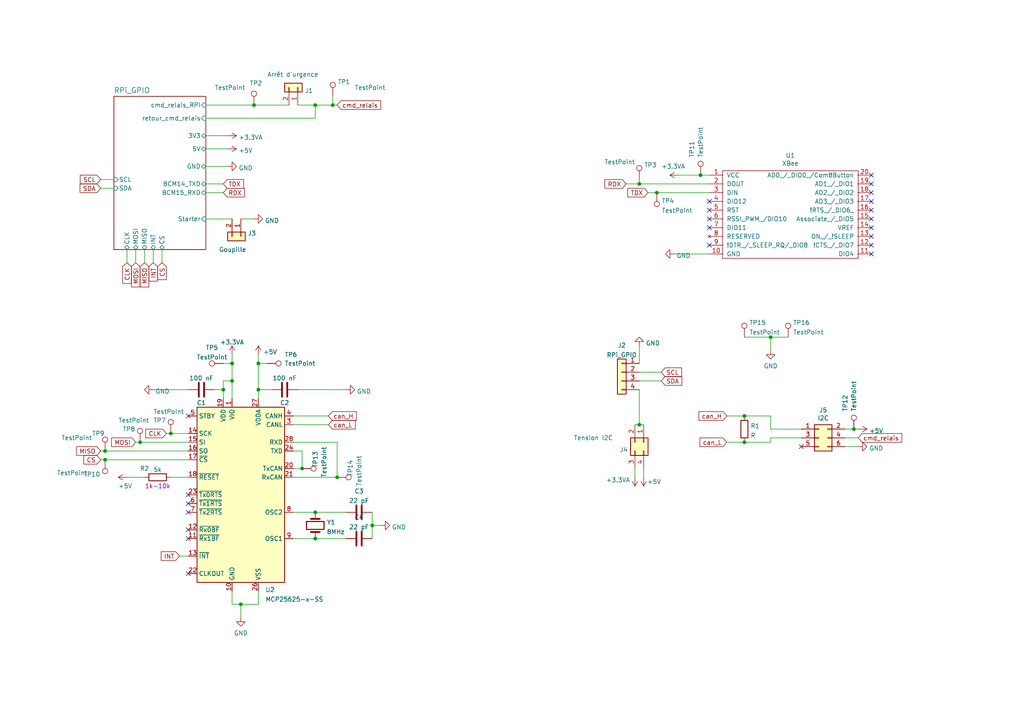
<source format=kicad_sch>
(kicad_sch (version 20211123) (generator eeschema)
  (paper "A4")
  (lib_symbols
    (symbol "Connector:TestPoint" (pin_numbers hide) (pin_names (offset 0.762) hide)
      (property "Reference" "TP" (at 0 6.858 0))
      (property "Value" "TestPoint" (at 0 5.08 0))
      (symbol "TestPoint_0_1"
        (circle (center 0 3.302) (radius 0.762))
      )
      (symbol "TestPoint_1_1"
        (pin passive line (at 0 0 90) (length 2.54) (name "1") (number "1"))
      )
    )
    (symbol "Connector_Generic:Conn_01x02" (pin_names (offset 1.016) hide)
      (property "Reference" "J" (at 0 2.54 0))
      (property "Value" "Conn_01x02" (at 0 -5.08 0))
      (symbol "Conn_01x02_1_1"
        (rectangle (start -1.27 -2.413) (end 0 -2.667) (stroke (width 0.1524)))
        (rectangle (start -1.27 0.127) (end 0 -0.127) (stroke (width 0.1524)))
        (rectangle (start -1.27 1.27) (end 1.27 -3.81) (stroke (width 0.254)) (fill (type background)))
        (pin passive line (at -5.08 0 0) (length 3.81) (name "Pin_1") (number "1"))
        (pin passive line (at -5.08 -2.54 0) (length 3.81) (name "Pin_2") (number "2"))
      )
    )
    (symbol "Connector_Generic:Conn_01x04" (pin_names (offset 1.016) hide)
      (property "Reference" "J" (at 0 5.08 0))
      (property "Value" "Conn_01x04" (at 0 -7.62 0))
      (symbol "Conn_01x04_1_1"
        (rectangle (start -1.27 -4.953) (end 0 -5.207) (stroke (width 0.1524)))
        (rectangle (start -1.27 -2.413) (end 0 -2.667) (stroke (width 0.1524)))
        (rectangle (start -1.27 0.127) (end 0 -0.127) (stroke (width 0.1524)))
        (rectangle (start -1.27 2.667) (end 0 2.413) (stroke (width 0.1524)))
        (rectangle (start -1.27 3.81) (end 1.27 -6.35) (stroke (width 0.254)) (fill (type background)))
        (pin passive line (at -5.08 2.54 0) (length 3.81) (name "Pin_1") (number "1"))
        (pin passive line (at -5.08 0 0) (length 3.81) (name "Pin_2") (number "2"))
        (pin passive line (at -5.08 -2.54 0) (length 3.81) (name "Pin_3") (number "3"))
        (pin passive line (at -5.08 -5.08 0) (length 3.81) (name "Pin_4") (number "4"))
      )
    )
    (symbol "Connector_Generic:Conn_02x02_Counter_Clockwise" (pin_names (offset 1.016) hide)
      (property "Reference" "J" (at 1.27 2.54 0))
      (property "Value" "Conn_02x02_Counter_Clockwise" (at 1.27 -5.08 0))
      (symbol "Conn_02x02_Counter_Clockwise_1_1"
        (rectangle (start -1.27 -2.413) (end 0 -2.667) (stroke (width 0.1524)))
        (rectangle (start -1.27 0.127) (end 0 -0.127) (stroke (width 0.1524)))
        (rectangle (start -1.27 1.27) (end 3.81 -3.81) (stroke (width 0.254)) (fill (type background)))
        (rectangle (start 3.81 -2.413) (end 2.54 -2.667) (stroke (width 0.1524)))
        (rectangle (start 3.81 0.127) (end 2.54 -0.127) (stroke (width 0.1524)))
        (pin passive line (at -5.08 0 0) (length 3.81) (name "Pin_1") (number "1"))
        (pin passive line (at -5.08 -2.54 0) (length 3.81) (name "Pin_2") (number "2"))
        (pin passive line (at 7.62 -2.54 180) (length 3.81) (name "Pin_3") (number "3"))
        (pin passive line (at 7.62 0 180) (length 3.81) (name "Pin_4") (number "4"))
      )
    )
    (symbol "Connector_Generic:Conn_02x03_Odd_Even" (pin_names (offset 1.016) hide)
      (property "Reference" "J" (at 1.27 5.08 0))
      (property "Value" "Conn_02x03_Odd_Even" (at 1.27 -5.08 0))
      (symbol "Conn_02x03_Odd_Even_1_1"
        (rectangle (start -1.27 -2.413) (end 0 -2.667) (stroke (width 0.1524)))
        (rectangle (start -1.27 0.127) (end 0 -0.127) (stroke (width 0.1524)))
        (rectangle (start -1.27 2.667) (end 0 2.413) (stroke (width 0.1524)))
        (rectangle (start -1.27 3.81) (end 3.81 -3.81) (stroke (width 0.254)) (fill (type background)))
        (rectangle (start 3.81 -2.413) (end 2.54 -2.667) (stroke (width 0.1524)))
        (rectangle (start 3.81 0.127) (end 2.54 -0.127) (stroke (width 0.1524)))
        (rectangle (start 3.81 2.667) (end 2.54 2.413) (stroke (width 0.1524)))
        (pin passive line (at -5.08 2.54 0) (length 3.81) (name "Pin_1") (number "1"))
        (pin passive line (at 7.62 2.54 180) (length 3.81) (name "Pin_2") (number "2"))
        (pin passive line (at -5.08 0 0) (length 3.81) (name "Pin_3") (number "3"))
        (pin passive line (at 7.62 0 180) (length 3.81) (name "Pin_4") (number "4"))
        (pin passive line (at -5.08 -2.54 0) (length 3.81) (name "Pin_5") (number "5"))
        (pin passive line (at 7.62 -2.54 180) (length 3.81) (name "Pin_6") (number "6"))
      )
    )
    (symbol "Device:C" (pin_numbers hide) (pin_names (offset 0.254))
      (property "Reference" "C" (at 0.635 2.54 0))
      (property "Value" "C" (at 0.635 -2.54 0))
      (symbol "C_0_1"
        (polyline (pts (xy -2.032 -0.762) (xy 2.032 -0.762)) (stroke (width 0.508)))
        (polyline (pts (xy -2.032 0.762) (xy 2.032 0.762)) (stroke (width 0.508)))
      )
      (symbol "C_1_1"
        (pin passive line (at 0 3.81 270) (length 2.794) (name "~") (number "1"))
        (pin passive line (at 0 -3.81 90) (length 2.794) (name "~") (number "2"))
      )
    )
    (symbol "Device:Crystal" (pin_numbers hide) (pin_names (offset 1.016) hide)
      (property "Reference" "Y" (at 0 3.81 0))
      (property "Value" "Crystal" (at 0 -3.81 0))
      (symbol "Crystal_0_1"
        (rectangle (start -1.143 2.54) (end 1.143 -2.54) (stroke (width 0.3048)))
        (polyline (pts (xy -2.54 0) (xy -1.905 0)))
        (polyline (pts (xy -1.905 -1.27) (xy -1.905 1.27)) (stroke (width 0.508)))
        (polyline (pts (xy 1.905 -1.27) (xy 1.905 1.27)) (stroke (width 0.508)))
        (polyline (pts (xy 2.54 0) (xy 1.905 0)))
      )
      (symbol "Crystal_1_1"
        (pin passive line (at -3.81 0 0) (length 1.27) (name "1") (number "1"))
        (pin passive line (at 3.81 0 180) (length 1.27) (name "2") (number "2"))
      )
    )
    (symbol "Device:R" (pin_numbers hide) (pin_names (offset 0))
      (property "Reference" "R" (at 2.032 0 90))
      (property "Value" "R" (at 0 0 90))
      (symbol "R_0_1"
        (rectangle (start -1.016 -2.54) (end 1.016 2.54) (stroke (width 0.254)))
      )
      (symbol "R_1_1"
        (pin passive line (at 0 3.81 270) (length 1.27) (name "~") (number "1"))
        (pin passive line (at 0 -3.81 90) (length 1.27) (name "~") (number "2"))
      )
    )
    (symbol "Interface_CAN_LIN:MCP25625-x-SS"
      (property "Reference" "U" (at -11.43 26.67 0))
      (property "Value" "MCP25625-x-SS" (at 15.24 26.67 0))
      (symbol "MCP25625-x-SS_0_1"
        (rectangle (start -12.7 25.4) (end 12.7 -25.4) (stroke (width 0.254)) (fill (type background)))
      )
      (symbol "MCP25625-x-SS_1_1"
        (pin power_in line (at -2.54 27.94 270) (length 2.54) (name "VIO") (number "1"))
        (pin power_in line (at -2.54 -27.94 90) (length 2.54) (name "GND") (number "10"))
        (pin output line (at -15.24 -12.7 0) (length 2.54) (name "~{Rx1BF}") (number "11"))
        (pin output line (at -15.24 -10.16 0) (length 2.54) (name "~{Rx0BF}") (number "12"))
        (pin output line (at -15.24 -17.78 0) (length 2.54) (name "~{INT}") (number "13"))
        (pin input line (at -15.24 17.78 0) (length 2.54) (name "SCK") (number "14"))
        (pin input line (at -15.24 15.24 0) (length 2.54) (name "SI") (number "15"))
        (pin output line (at -15.24 12.7 0) (length 2.54) (name "SO") (number "16"))
        (pin input line (at -15.24 10.16 0) (length 2.54) (name "~{CS}") (number "17"))
        (pin input line (at -15.24 5.08 0) (length 2.54) (name "~{RESET}") (number "18"))
        (pin power_in line (at -5.08 27.94 270) (length 2.54) (name "VDD") (number "19"))
        (pin no_connect line (at 12.7 -15.24 180) (length 2.54) hide (name "NC") (number "2"))
        (pin output line (at 15.24 7.62 180) (length 2.54) (name "TxCAN") (number "20"))
        (pin input line (at 15.24 5.08 180) (length 2.54) (name "RxCAN") (number "21"))
        (pin output line (at -15.24 -22.86 0) (length 2.54) (name "CLKOUT") (number "22"))
        (pin input line (at -15.24 0 0) (length 2.54) (name "~{Tx0RTS}") (number "23"))
        (pin input line (at 15.24 12.7 180) (length 2.54) (name "TXD") (number "24"))
        (pin no_connect line (at 12.7 -17.78 180) (length 2.54) hide (name "NC") (number "25"))
        (pin power_in line (at 5.08 -27.94 90) (length 2.54) (name "VSS") (number "26"))
        (pin power_in line (at 5.08 27.94 270) (length 2.54) (name "VDDA") (number "27"))
        (pin output line (at 15.24 15.24 180) (length 2.54) (name "RXD") (number "28"))
        (pin bidirectional line (at 15.24 20.32 180) (length 2.54) (name "CANL") (number "3"))
        (pin bidirectional line (at 15.24 22.86 180) (length 2.54) (name "CANH") (number "4"))
        (pin input line (at -15.24 22.86 0) (length 2.54) (name "STBY") (number "5"))
        (pin input line (at -15.24 -2.54 0) (length 2.54) (name "~{Tx1RTS}") (number "6"))
        (pin input line (at -15.24 -5.08 0) (length 2.54) (name "~{Tx2RTS}") (number "7"))
        (pin output line (at 15.24 -5.08 180) (length 2.54) (name "OSC2") (number "8"))
        (pin input line (at 15.24 -12.7 180) (length 2.54) (name "OSC1") (number "9"))
      )
    )
    (symbol "bus_raspi-rescue:XBeePro-xbeepro" (pin_names (offset 1.016))
      (property "Reference" "U" (at 24.13 35.56 0))
      (property "Value" "XBeePro-xbeepro" (at 24.13 33.02 0))
      (symbol "XBeePro-xbeepro_0_1"
        (rectangle (start 3.81 5.08) (end 43.18 30.48))
      )
      (symbol "XBeePro-xbeepro_1_1"
        (pin input line (at 0 29.21 0) (length 3.9878) (name "VCC") (number "1"))
        (pin power_in line (at 0 6.35 0) (length 3.9878) (name "GND") (number "10"))
        (pin bidirectional line (at 46.99 6.35 180) (length 3.9878) (name "DIO4") (number "11"))
        (pin output line (at 46.99 8.89 180) (length 3.9878) (name "!CTS_/_DIO7") (number "12"))
        (pin output line (at 46.99 11.43 180) (length 3.9878) (name "ON_/_!SLEEP") (number "13"))
        (pin input line (at 46.99 13.97 180) (length 3.9878) (name "VREF") (number "14"))
        (pin bidirectional line (at 46.99 16.51 180) (length 3.9878) (name "Associate_/_DIO5") (number "15"))
        (pin bidirectional line (at 46.99 19.05 180) (length 3.9878) (name "!RTS_/_DIO6_") (number "16"))
        (pin bidirectional line (at 46.99 21.59 180) (length 3.9878) (name "AD3_/_DIO3") (number "17"))
        (pin bidirectional line (at 46.99 24.13 180) (length 3.9878) (name "AD2_/_DIO2") (number "18"))
        (pin bidirectional line (at 46.99 26.67 180) (length 3.9878) (name "AD1_/_DIO1") (number "19"))
        (pin output line (at 0 26.67 0) (length 3.9878) (name "DOUT") (number "2"))
        (pin bidirectional line (at 46.99 29.21 180) (length 3.9878) (name "AD0_/_DIO0_/Com8Button") (number "20"))
        (pin input line (at 0 24.13 0) (length 3.9878) (name "DIN") (number "3"))
        (pin bidirectional line (at 0 21.59 0) (length 3.9878) (name "DIO12") (number "4"))
        (pin bidirectional line (at 0 19.05 0) (length 3.9878) (name "RST") (number "5"))
        (pin bidirectional line (at 0 16.51 0) (length 3.9878) (name "RSSI_PWM_/DIO10") (number "6"))
        (pin bidirectional line (at 0 13.97 0) (length 3.9878) (name "DIO11") (number "7"))
        (pin no_connect line (at 0 11.43 0) (length 3.9878) (name "RESERVED") (number "8"))
        (pin bidirectional line (at 0 8.89 0) (length 3.9878) (name "!DTR_/_SLEEP_RQ/_DIO8") (number "9"))
      )
    )
    (symbol "power:+3.3VA" (power) (pin_names (offset 0))
      (property "Value" "+3.3VA" (at 0 3.556 0))
      (symbol "+3.3VA_0_1"
        (polyline (pts (xy -0.762 1.27) (xy 0 2.54)))
        (polyline (pts (xy 0 0) (xy 0 2.54)))
        (polyline (pts (xy 0 2.54) (xy 0.762 1.27)))
      )
      (symbol "+3.3VA_1_1"
        (pin power_in line (at 0 0 90) (length 0) hide (name "+3.3VA") (number "1"))
      )
    )
    (symbol "power:+5V" (power) (pin_names (offset 0))
      (property "Value" "+5V" (at 0 3.556 0))
      (symbol "+5V_0_1"
        (polyline (pts (xy -0.762 1.27) (xy 0 2.54)))
        (polyline (pts (xy 0 0) (xy 0 2.54)))
        (polyline (pts (xy 0 2.54) (xy 0.762 1.27)))
      )
      (symbol "+5V_1_1"
        (pin power_in line (at 0 0 90) (length 0) hide (name "+5V") (number "1"))
      )
    )
    (symbol "power:GND" (power) (pin_names (offset 0))
      (property "Value" "GND" (at 0 -3.81 0))
      (symbol "GND_0_1"
        (polyline (pts (xy 0 0) (xy 0 -1.27) (xy 1.27 -1.27) (xy 0 -2.54) (xy -1.27 -1.27) (xy 0 -1.27)))
      )
      (symbol "GND_1_1"
        (pin power_in line (at 0 0 270) (length 0) hide (name "GND") (number "1"))
      )
    )
  )
  (junction (at 30.48 130.81))
  (junction (at 67.31 110.49))
  (junction (at 185.42 123.19))
  (junction (at 185.42 53.34))
  (junction (at 91.44 156.21))
  (junction (at 30.48 133.35))
  (junction (at 91.44 148.59))
  (junction (at 91.44 30.48))
  (junction (at 215.9 120.65))
  (junction (at 64.77 113.03))
  (junction (at 69.85 175.26))
  (junction (at 215.9 128.27))
  (junction (at 74.93 105.41))
  (junction (at 40.64 128.27))
  (junction (at 107.95 152.4))
  (junction (at 74.93 113.03))
  (junction (at 223.52 97.79))
  (junction (at 97.79 138.43))
  (junction (at 49.53 125.73))
  (junction (at 73.66 30.48))
  (junction (at 96.52 30.48))
  (junction (at 247.65 124.46))
  (junction (at 67.31 105.41))
  (junction (at 190.5 55.88))
  (junction (at 203.2 50.8))
  (junction (at 87.63 135.89))
  (no_connect (at 252.73 50.8))
  (no_connect (at 252.73 53.34))
  (no_connect (at 252.73 55.88))
  (no_connect (at 252.73 58.42))
  (no_connect (at 252.73 71.12))
  (no_connect (at 252.73 73.66))
  (no_connect (at 252.73 60.96))
  (no_connect (at 252.73 63.5))
  (no_connect (at 252.73 66.04))
  (no_connect (at 252.73 68.58))
  (no_connect (at 205.74 66.04))
  (no_connect (at 205.74 71.12))
  (no_connect (at 205.74 63.5))
  (no_connect (at 205.74 60.96))
  (no_connect (at 205.74 58.42))
  (no_connect (at 54.61 120.65))
  (no_connect (at 232.41 129.54))
  (no_connect (at 54.61 148.59))
  (no_connect (at 54.61 146.05))
  (no_connect (at 54.61 143.51))
  (no_connect (at 54.61 153.67))
  (no_connect (at 54.61 156.21))
  (no_connect (at 54.61 166.37))
  (wire (pts (xy 223.52 97.79) (xy 228.6 97.79)))
  (wire (pts (xy 44.45 72.39) (xy 44.45 76.2)))
  (wire (pts (xy 49.53 138.43) (xy 54.61 138.43)))
  (wire (pts (xy 245.11 124.46) (xy 247.65 124.46)))
  (wire (pts (xy 248.92 129.54) (xy 245.11 129.54)))
  (wire (pts (xy 215.9 120.65) (xy 223.52 120.65)))
  (wire (pts (xy 67.31 105.41) (xy 67.31 110.49)))
  (wire (pts (xy 59.69 53.34) (xy 64.77 53.34)))
  (wire (pts (xy 64.77 110.49) (xy 67.31 110.49)))
  (wire (pts (xy 74.93 113.03) (xy 74.93 115.57)))
  (wire (pts (xy 41.91 72.39) (xy 41.91 76.2)))
  (wire (pts (xy 44.45 113.03) (xy 54.61 113.03)))
  (wire (pts (xy 64.77 105.41) (xy 67.31 105.41)))
  (wire (pts (xy 210.82 128.27) (xy 215.9 128.27)))
  (wire (pts (xy 190.5 55.88) (xy 205.74 55.88)))
  (wire (pts (xy 29.21 133.35) (xy 30.48 133.35)))
  (wire (pts (xy 85.09 156.21) (xy 91.44 156.21)))
  (wire (pts (xy 74.93 105.41) (xy 74.93 113.03)))
  (wire (pts (xy 64.77 113.03) (xy 64.77 110.49)))
  (wire (pts (xy 247.65 124.46) (xy 248.92 124.46)))
  (wire (pts (xy 74.93 102.87) (xy 74.93 105.41)))
  (wire (pts (xy 210.82 120.65) (xy 215.9 120.65)))
  (wire (pts (xy 184.15 138.43) (xy 184.15 135.89)))
  (wire (pts (xy 86.36 113.03) (xy 100.33 113.03)))
  (wire (pts (xy 185.42 113.03) (xy 185.42 123.19)))
  (wire (pts (xy 59.69 63.5) (xy 67.31 63.5)))
  (wire (pts (xy 85.09 123.19) (xy 95.25 123.19)))
  (wire (pts (xy 223.52 127) (xy 223.52 128.27)))
  (wire (pts (xy 74.93 171.45) (xy 74.93 175.26)))
  (wire (pts (xy 36.83 138.43) (xy 41.91 138.43)))
  (wire (pts (xy 86.36 30.48) (xy 91.44 30.48)))
  (wire (pts (xy 196.85 50.8) (xy 203.2 50.8)))
  (wire (pts (xy 67.31 102.87) (xy 67.31 105.41)))
  (wire (pts (xy 223.52 124.46) (xy 232.41 124.46)))
  (wire (pts (xy 52.07 161.29) (xy 54.61 161.29)))
  (wire (pts (xy 185.42 123.19) (xy 186.69 123.19)))
  (wire (pts (xy 107.95 152.4) (xy 107.95 156.21)))
  (wire (pts (xy 73.66 30.48) (xy 83.82 30.48)))
  (wire (pts (xy 69.85 175.26) (xy 69.85 179.07)))
  (wire (pts (xy 69.85 63.5) (xy 73.66 63.5)))
  (wire (pts (xy 36.83 72.39) (xy 36.83 76.2)))
  (wire (pts (xy 185.42 107.95) (xy 191.77 107.95)))
  (wire (pts (xy 29.21 130.81) (xy 30.48 130.81)))
  (wire (pts (xy 248.92 127) (xy 245.11 127)))
  (wire (pts (xy 30.48 130.81) (xy 54.61 130.81)))
  (wire (pts (xy 91.44 156.21) (xy 100.33 156.21)))
  (wire (pts (xy 215.9 97.79) (xy 223.52 97.79)))
  (wire (pts (xy 184.15 123.19) (xy 185.42 123.19)))
  (wire (pts (xy 67.31 110.49) (xy 67.31 115.57)))
  (wire (pts (xy 85.09 148.59) (xy 91.44 148.59)))
  (wire (pts (xy 203.2 50.8) (xy 205.74 50.8)))
  (wire (pts (xy 85.09 128.27) (xy 97.79 128.27)))
  (wire (pts (xy 30.48 133.35) (xy 54.61 133.35)))
  (wire (pts (xy 87.63 130.81) (xy 87.63 135.89)))
  (wire (pts (xy 59.69 30.48) (xy 73.66 30.48)))
  (wire (pts (xy 59.69 39.37) (xy 66.04 39.37)))
  (wire (pts (xy 64.77 115.57) (xy 64.77 113.03)))
  (wire (pts (xy 39.37 128.27) (xy 40.64 128.27)))
  (wire (pts (xy 46.99 72.39) (xy 46.99 76.2)))
  (wire (pts (xy 77.47 105.41) (xy 74.93 105.41)))
  (wire (pts (xy 185.42 110.49) (xy 191.77 110.49)))
  (wire (pts (xy 39.37 72.39) (xy 39.37 76.2)))
  (wire (pts (xy 29.21 52.07) (xy 33.02 52.07)))
  (wire (pts (xy 185.42 100.33) (xy 185.42 105.41)))
  (wire (pts (xy 85.09 120.65) (xy 95.25 120.65)))
  (wire (pts (xy 62.23 113.03) (xy 64.77 113.03)))
  (wire (pts (xy 67.31 171.45) (xy 67.31 175.26)))
  (wire (pts (xy 223.52 97.79) (xy 223.52 101.6)))
  (wire (pts (xy 107.95 152.4) (xy 110.49 152.4)))
  (wire (pts (xy 181.61 53.34) (xy 185.42 53.34)))
  (wire (pts (xy 59.69 55.88) (xy 64.77 55.88)))
  (wire (pts (xy 29.21 54.61) (xy 33.02 54.61)))
  (wire (pts (xy 67.31 175.26) (xy 69.85 175.26)))
  (wire (pts (xy 96.52 27.94) (xy 96.52 30.48)))
  (wire (pts (xy 232.41 127) (xy 223.52 127)))
  (wire (pts (xy 87.63 135.89) (xy 85.09 135.89)))
  (wire (pts (xy 91.44 30.48) (xy 96.52 30.48)))
  (wire (pts (xy 40.64 128.27) (xy 54.61 128.27)))
  (wire (pts (xy 223.52 120.65) (xy 223.52 124.46)))
  (wire (pts (xy 59.69 48.26) (xy 66.04 48.26)))
  (wire (pts (xy 49.53 125.73) (xy 54.61 125.73)))
  (wire (pts (xy 185.42 53.34) (xy 205.74 53.34)))
  (wire (pts (xy 85.09 138.43) (xy 97.79 138.43)))
  (wire (pts (xy 97.79 138.43) (xy 97.79 128.27)))
  (wire (pts (xy 59.69 43.18) (xy 66.04 43.18)))
  (wire (pts (xy 96.52 30.48) (xy 97.79 30.48)))
  (wire (pts (xy 48.26 125.73) (xy 49.53 125.73)))
  (wire (pts (xy 91.44 30.48) (xy 91.44 34.29)))
  (wire (pts (xy 85.09 130.81) (xy 87.63 130.81)))
  (wire (pts (xy 74.93 113.03) (xy 78.74 113.03)))
  (wire (pts (xy 195.58 73.66) (xy 205.74 73.66)))
  (wire (pts (xy 107.95 148.59) (xy 107.95 152.4)))
  (wire (pts (xy 187.96 55.88) (xy 190.5 55.88)))
  (wire (pts (xy 91.44 148.59) (xy 100.33 148.59)))
  (wire (pts (xy 215.9 128.27) (xy 223.52 128.27)))
  (wire (pts (xy 74.93 175.26) (xy 69.85 175.26)))
  (wire (pts (xy 185.42 52.07) (xy 185.42 53.34)))
  (wire (pts (xy 59.69 34.29) (xy 91.44 34.29)))
  (wire (pts (xy 186.69 138.43) (xy 186.69 135.89)))
  (global_label "CS" (shape input) (at 46.99 76.2 270) (property "Intersheet References" "${INTERSHEET_REFS}" (effects hide)))
  (global_label "SDA" (shape input) (at 191.77 110.49 0) (property "Intersheet References" "${INTERSHEET_REFS}" (effects hide)))
  (global_label "can_L" (shape input) (at 95.25 123.19 0) (property "Intersheet References" "${INTERSHEET_REFS}" (effects hide)))
  (global_label "SCL" (shape input) (at 29.21 52.07 180) (property "Intersheet References" "${INTERSHEET_REFS}" (effects hide)))
  (global_label "SCL" (shape input) (at 191.77 107.95 0) (property "Intersheet References" "${INTERSHEET_REFS}" (effects hide)))
  (global_label "INT" (shape input) (at 52.07 161.29 180) (property "Intersheet References" "${INTERSHEET_REFS}" (effects hide)))
  (global_label "TDX" (shape input) (at 187.96 55.88 180) (property "Intersheet References" "${INTERSHEET_REFS}" (effects hide)))
  (global_label "CS" (shape input) (at 29.21 133.35 180) (property "Intersheet References" "${INTERSHEET_REFS}" (effects hide)))
  (global_label "cmd_relais" (shape input) (at 97.79 30.48 0) (property "Intersheet References" "${INTERSHEET_REFS}" (effects hide)))
  (global_label "RDX" (shape input) (at 181.61 53.34 180) (property "Intersheet References" "${INTERSHEET_REFS}" (effects hide)))
  (global_label "SDA" (shape input) (at 29.21 54.61 180) (property "Intersheet References" "${INTERSHEET_REFS}" (effects hide)))
  (global_label "CLK" (shape input) (at 36.83 76.2 270) (property "Intersheet References" "${INTERSHEET_REFS}" (effects hide)))
  (global_label "INT" (shape input) (at 44.45 76.2 270) (property "Intersheet References" "${INTERSHEET_REFS}" (effects hide)))
  (global_label "MISO" (shape input) (at 41.91 76.2 270) (property "Intersheet References" "${INTERSHEET_REFS}" (effects hide)))
  (global_label "RDX" (shape input) (at 64.77 55.88 0) (property "Intersheet References" "${INTERSHEET_REFS}" (effects hide)))
  (global_label "TDX" (shape input) (at 64.77 53.34 0) (property "Intersheet References" "${INTERSHEET_REFS}" (effects hide)))
  (global_label "CLK" (shape input) (at 48.26 125.73 180) (property "Intersheet References" "${INTERSHEET_REFS}" (effects hide)))
  (global_label "can_H" (shape input) (at 95.25 120.65 0) (property "Intersheet References" "${INTERSHEET_REFS}" (effects hide)))
  (global_label "can_L" (shape input) (at 210.82 128.27 180) (property "Intersheet References" "${INTERSHEET_REFS}" (effects hide)))
  (global_label "MISO" (shape input) (at 29.21 130.81 180) (property "Intersheet References" "${INTERSHEET_REFS}" (effects hide)))
  (global_label "MOSI" (shape input) (at 39.37 128.27 180) (property "Intersheet References" "${INTERSHEET_REFS}" (effects hide)))
  (global_label "MOSI" (shape input) (at 39.37 76.2 270) (property "Intersheet References" "${INTERSHEET_REFS}" (effects hide)))
  (global_label "cmd_relais" (shape input) (at 248.92 127 0) (property "Intersheet References" "${INTERSHEET_REFS}" (effects hide)))
  (global_label "can_H" (shape input) (at 210.82 120.65 180) (property "Intersheet References" "${INTERSHEET_REFS}" (effects hide)))
  (symbol (lib_id "power:+5V") (at 36.83 138.43 90) (unit 1)
    (property "Reference" "#PWR015" (effects hide))
    (property "Value" "+5V" (at 34.29 140.97 90) (effects (justify right)))
  )
  (symbol (lib_id "power:GND") (at 110.49 152.4 90) (unit 1)
    (property "Reference" "#PWR017" (effects hide))
    (property "Value" "GND" (at 113.665 152.879 90) (effects (justify right)))
  )
  (symbol (lib_id "Connector:TestPoint") (at 203.2 50.8 0) (unit 1)
    (property "Reference" "TP11" (at 200.66 45.72 90) (effects (justify left)))
    (property "Value" "TestPoint" (at 203.2 45.72 90) (effects (justify left)))
    (property "Footprint" "TestPoint:TestPoint_Pad_D1.0mm" (effects hide))
  )
  (symbol (lib_id "Connector:TestPoint") (at 96.52 27.94 0) (unit 1)
    (property "Reference" "TP1" (at 97.917 23.7295 0) (effects (justify left)))
    (property "Value" "TestPoint" (at 102.87 25.4 0) (effects (justify left)))
    (property "Footprint" "TestPoint:TestPoint_Pad_D1.0mm" (effects hide))
  )
  (symbol (lib_id "power:+3.3VA") (at 196.85 50.8 90) (unit 1)
    (property "Reference" "#PWR05" (effects hide))
    (property "Value" "+3.3VA" (at 191.77 48.26 90) (effects (justify right)))
  )
  (symbol (lib_id "Connector:TestPoint") (at 87.63 135.89 270) (unit 1)
    (property "Reference" "TP13" (at 91.44 130.81 0) (effects (justify left)))
    (property "Value" "TestPoint" (at 93.98 129.54 0) (effects (justify left)))
    (property "Footprint" "TestPoint:TestPoint_Pad_D1.0mm" (effects hide))
  )
  (symbol (lib_id "Connector:TestPoint") (at 30.48 130.81 0) (unit 1)
    (property "Reference" "TP9" (at 26.67 125.73 0) (effects (justify left)))
    (property "Value" "TestPoint" (at 17.78 127 0) (effects (justify left)))
    (property "Footprint" "TestPoint:TestPoint_Pad_D1.0mm" (effects hide))
  )
  (symbol (lib_id "Device:R") (at 45.72 138.43 90) (unit 1)
    (property "Reference" "R2" (at 41.91 135.89 90))
    (property "Value" "5k" (at 45.72 136.2226 90))
    (property "Footprint" "Resistor_THT:R_Axial_DIN0207_L6.3mm_D2.5mm_P10.16mm_Horizontal" (effects hide))
    (property "Description" "1k-10k" (at 45.72 140.97 90))
  )
  (symbol (lib_id "power:+5V") (at 66.04 43.18 270) (unit 1)
    (property "Reference" "#PWR02" (effects hide))
    (property "Value" "+5V" (at 69.215 43.659 90) (effects (justify left)))
  )
  (symbol (lib_id "Connector_Generic:Conn_01x02") (at 69.85 68.58 270) (unit 1)
    (property "Reference" "J3" (at 71.882 67.6715 90) (effects (justify left)))
    (property "Value" "Goupille" (at 63.5 72.39 90) (effects (justify left)))
    (property "Footprint" "Connector_JST:JST_PH_B2B-PH-K_1x02_P2.00mm_Vertical" (effects hide))
  )
  (symbol (lib_id "Connector:TestPoint") (at 64.77 105.41 90) (unit 1)
    (property "Reference" "TP5" (at 61.468 100.8085 90))
    (property "Value" "TestPoint" (at 61.468 103.5836 90))
    (property "Footprint" "TestPoint:TestPoint_Pad_D1.0mm" (effects hide))
  )
  (symbol (lib_id "power:GND") (at 185.42 100.33 180) (unit 1)
    (property "Reference" "#PWR03" (effects hide))
    (property "Value" "GND" (at 187.325 99.539 0) (effects (justify right)))
  )
  (symbol (lib_id "Device:R") (at 215.9 124.46 180) (unit 1)
    (property "Reference" "R1" (at 217.678 123.5515 0) (effects (justify right)))
    (property "Value" "R" (at 217.678 126.3266 0) (effects (justify right)))
    (property "Footprint" "Resistor_THT:R_Axial_DIN0207_L6.3mm_D2.5mm_P2.54mm_Vertical" (effects hide))
  )
  (symbol (lib_id "Device:C") (at 82.55 113.03 90) (unit 1)
    (property "Reference" "C2" (at 82.55 116.84 90))
    (property "Value" "100 nF" (at 82.55 109.6796 90))
    (property "Footprint" "Capacitor_THT:C_Disc_D5.1mm_W3.2mm_P5.00mm" (effects hide))
  )
  (symbol (lib_id "Device:C") (at 104.14 156.21 90) (unit 1)
    (property "Reference" "C4" (at 104.14 150.0845 90))
    (property "Value" "22 pF" (at 104.14 152.8596 90))
    (property "Footprint" "Capacitor_THT:C_Disc_D5.1mm_W3.2mm_P5.00mm" (effects hide))
  )
  (symbol (lib_id "Connector:TestPoint") (at 190.5 55.88 180) (unit 1)
    (property "Reference" "TP4" (at 191.897 58.2735 0) (effects (justify right)))
    (property "Value" "TestPoint" (at 191.897 61.0486 0) (effects (justify right)))
    (property "Footprint" "TestPoint:TestPoint_Pad_D1.0mm" (effects hide))
  )
  (symbol (lib_id "bus_raspi-rescue:XBeePro-xbeepro") (at 205.74 80.01 0) (unit 1)
    (property "Reference" "U1" (at 229.235 45.085 0))
    (property "Value" "XBee" (at 229.235 47.3964 0))
    (property "Footprint" "Autre:XBEE-20_THT" (effects hide))
  )
  (symbol (lib_id "Connector_Generic:Conn_02x02_Counter_Clockwise") (at 186.69 128.27 270) (unit 1)
    (property "Reference" "J4" (at 182.118 130.4485 90) (effects (justify right)))
    (property "Value" "Tension I2C" (at 177.8 127 90) (effects (justify right)))
    (property "Footprint" "Connector_JST:JST_PH_B2B-PH-K_1x02_P2.00mm_Vertical" (effects hide))
  )
  (symbol (lib_id "Device:C") (at 104.14 148.59 90) (unit 1)
    (property "Reference" "C3" (at 104.14 142.4645 90))
    (property "Value" "22 pF" (at 104.14 145.2396 90))
    (property "Footprint" "Capacitor_THT:C_Disc_D5.1mm_W3.2mm_P5.00mm" (effects hide))
  )
  (symbol (lib_id "power:GND") (at 66.04 48.26 90) (unit 1)
    (property "Reference" "#PWR04" (effects hide))
    (property "Value" "GND" (at 69.215 48.739 90) (effects (justify right)))
  )
  (symbol (lib_id "power:GND") (at 195.58 73.66 270) (unit 1)
    (property "Reference" "#PWR07" (effects hide))
    (property "Value" "GND" (at 196.215 74.139 90) (effects (justify left)))
  )
  (symbol (lib_id "power:+3.3VA") (at 67.31 102.87 0) (unit 1)
    (property "Reference" "#PWR010" (effects hide))
    (property "Value" "+3.3VA" (at 67.31 99.2655 0))
  )
  (symbol (lib_id "Connector:TestPoint") (at 73.66 30.48 0) (unit 1)
    (property "Reference" "TP2" (at 72.39 24.13 0) (effects (justify left)))
    (property "Value" "TestPoint" (at 62.23 25.4 0) (effects (justify left)))
    (property "Footprint" "TestPoint:TestPoint_Pad_D1.0mm" (effects hide))
  )
  (symbol (lib_id "power:GND") (at 248.92 129.54 90) (unit 1)
    (property "Reference" "#PWR016" (effects hide))
    (property "Value" "GND" (at 252.095 130.019 90) (effects (justify right)))
  )
  (symbol (lib_id "power:GND") (at 69.85 179.07 0) (unit 1)
    (property "Reference" "#PWR018" (effects hide))
    (property "Value" "GND" (at 69.85 183.6325 0))
  )
  (symbol (lib_id "power:+5V") (at 186.69 138.43 180) (unit 1)
    (property "Reference" "#PWR09" (effects hide))
    (property "Value" "+5V" (at 191.77 139.7 0) (effects (justify left)))
  )
  (symbol (lib_id "Connector_Generic:Conn_01x04") (at 180.34 107.95 0) (mirror y) (unit 1)
    (property "Reference" "J2" (at 180.34 100.1735 0))
    (property "Value" "RPi_GPIO" (at 180.34 102.9486 0))
    (property "Footprint" "RPi_Hat:Pin_Header_Straight_2x20" (effects hide))
  )
  (symbol (lib_id "power:GND") (at 73.66 63.5 90) (unit 1)
    (property "Reference" "#PWR06" (effects hide))
    (property "Value" "GND" (at 76.835 63.979 90) (effects (justify right)))
  )
  (symbol (lib_id "power:GND") (at 100.33 113.03 90) (unit 1)
    (property "Reference" "#PWR013" (effects hide))
    (property "Value" "GND" (at 103.505 113.509 90) (effects (justify right)))
  )
  (symbol (lib_id "power:GND") (at 44.45 113.03 270) (unit 1)
    (property "Reference" "#PWR012" (effects hide))
    (property "Value" "GND" (at 45.085 113.509 90) (effects (justify left)))
  )
  (symbol (lib_id "power:GND") (at 223.52 101.6 0) (unit 1)
    (property "Reference" "#PWR019" (effects hide))
    (property "Value" "GND" (at 223.52 106.1625 0))
  )
  (symbol (lib_id "Connector:TestPoint") (at 247.65 124.46 0) (unit 1)
    (property "Reference" "TP12" (at 245.11 119.38 90) (effects (justify left)))
    (property "Value" "TestPoint" (at 247.65 119.38 90) (effects (justify left)))
    (property "Footprint" "TestPoint:TestPoint_Pad_D1.0mm" (effects hide))
  )
  (symbol (lib_id "Connector_Generic:Conn_01x02") (at 86.36 25.4 270) (mirror x) (unit 1)
    (property "Reference" "J1" (at 88.392 26.3085 90) (effects (justify left)))
    (property "Value" "Arrêt d'urgence" (at 77.47 21.59 90) (effects (justify left)))
    (property "Footprint" "Connector_Hirose:Hirose_DF11-6DP-2DSA_2x03_P2.00mm_Vertical" (effects hide))
  )
  (symbol (lib_id "Device:C") (at 58.42 113.03 90) (unit 1)
    (property "Reference" "C1" (at 58.42 116.84 90))
    (property "Value" "100 nF" (at 58.42 109.6796 90))
    (property "Footprint" "Capacitor_THT:C_Disc_D5.1mm_W3.2mm_P5.00mm" (effects hide))
  )
  (symbol (lib_id "Connector_Generic:Conn_02x03_Odd_Even") (at 237.49 127 0) (unit 1)
    (property "Reference" "J5" (at 238.76 118.9482 0))
    (property "Value" "I2C" (at 238.76 121.2596 0))
    (property "Footprint" "Connector_JST:JST_PH_B4B-PH-K_1x04_P2.00mm_Vertical" (effects hide))
  )
  (symbol (lib_id "power:+3.3VA") (at 66.04 39.37 270) (unit 1)
    (property "Reference" "#PWR01" (effects hide))
    (property "Value" "+3.3VA" (at 69.215 39.849 90) (effects (justify left)))
  )
  (symbol (lib_id "Connector:TestPoint") (at 215.9 97.79 0) (unit 1)
    (property "Reference" "TP15" (at 217.297 93.5795 0) (effects (justify left)))
    (property "Value" "TestPoint" (at 217.297 96.3546 0) (effects (justify left)))
    (property "Footprint" "TestPoint:TestPoint_Pad_D2.0mm" (effects hide))
  )
  (symbol (lib_id "Device:Crystal") (at 91.44 152.4 270) (unit 1)
    (property "Reference" "Y1" (at 94.7674 151.4915 90) (effects (justify left)))
    (property "Value" "8MHz" (at 94.7674 154.2666 90) (effects (justify left)))
    (property "Footprint" "Crystal:Crystal_HC50_Horizontal" (effects hide))
  )
  (symbol (lib_id "power:+5V") (at 74.93 102.87 0) (unit 1)
    (property "Reference" "#PWR011" (effects hide))
    (property "Value" "+5V" (at 76.327 102.079 0) (effects (justify left)))
  )
  (symbol (lib_id "Connector:TestPoint") (at 77.47 105.41 270) (unit 1)
    (property "Reference" "TP6" (at 82.55 102.87 90) (effects (justify left)))
    (property "Value" "TestPoint" (at 82.55 105.41 90) (effects (justify left)))
    (property "Footprint" "TestPoint:TestPoint_Pad_D1.0mm" (effects hide))
  )
  (symbol (lib_id "Connector:TestPoint") (at 40.64 128.27 0) (unit 1)
    (property "Reference" "TP8" (at 35.56 124.46 0) (effects (justify left)))
    (property "Value" "TestPoint" (at 34.29 121.92 0) (effects (justify left)))
    (property "Footprint" "TestPoint:TestPoint_Pad_D1.0mm" (effects hide))
  )
  (symbol (lib_id "Connector:TestPoint") (at 97.79 138.43 270) (unit 1)
    (property "Reference" "TP14" (at 101.6 133.35 0) (effects (justify left)))
    (property "Value" "TestPoint" (at 104.14 132.08 0) (effects (justify left)))
    (property "Footprint" "TestPoint:TestPoint_Pad_D1.0mm" (effects hide))
  )
  (symbol (lib_id "power:+3.3VA") (at 184.15 138.43 180) (unit 1)
    (property "Reference" "#PWR08" (effects hide))
    (property "Value" "+3.3VA" (at 182.753 139.221 0) (effects (justify left)))
  )
  (symbol (lib_id "Connector:TestPoint") (at 228.6 97.79 0) (unit 1)
    (property "Reference" "TP16" (at 229.997 93.5795 0) (effects (justify left)))
    (property "Value" "TestPoint" (at 229.997 96.3546 0) (effects (justify left)))
    (property "Footprint" "TestPoint:TestPoint_Pad_D2.0mm" (effects hide))
  )
  (symbol (lib_id "Interface_CAN_LIN:MCP25625-x-SS") (at 69.85 143.51 0) (unit 1)
    (property "Reference" "U2" (at 76.9494 171.0595 0) (effects (justify left)))
    (property "Value" "MCP25625-x-SS" (at 76.9494 173.8346 0) (effects (justify left)))
    (property "Footprint" "Package_SO:SSOP-28_5.3x10.2mm_P0.65mm" (effects hide))
    (property "Datasheet" "http://ww1.microchip.com/downloads/en/DeviceDoc/20005282B.pdf" (effects hide))
  )
  (symbol (lib_id "power:+5V") (at 248.92 124.46 270) (unit 1)
    (property "Reference" "#PWR014" (effects hide))
    (property "Value" "+5V" (at 252.095 124.939 90) (effects (justify left)))
  )
  (symbol (lib_id "Connector:TestPoint") (at 30.48 133.35 180) (unit 1)
    (property "Reference" "TP10" (at 29.083 137.5605 0) (effects (justify left)))
    (property "Value" "TestPoint" (at 25.4 137.16 0) (effects (justify left)))
    (property "Footprint" "TestPoint:TestPoint_Pad_D1.0mm" (effects hide))
  )
  (symbol (lib_id "Connector:TestPoint") (at 185.42 52.07 0) (unit 1)
    (property "Reference" "TP3" (at 186.817 47.8595 0) (effects (justify left)))
    (property "Value" "TestPoint" (at 175.26 46.99 0) (effects (justify left)))
    (property "Footprint" "TestPoint:TestPoint_Pad_D1.0mm" (effects hide))
  )
  (symbol (lib_id "Connector:TestPoint") (at 49.53 125.73 0) (unit 1)
    (property "Reference" "TP7" (at 44.45 121.92 0) (effects (justify left)))
    (property "Value" "TestPoint" (at 44.45 119.38 0) (effects (justify left)))
    (property "Footprint" "TestPoint:TestPoint_Pad_D1.0mm" (effects hide))
  )
  (sheet (at 33.02 27.94) (size 26.67 44.45)
    (property "Sheet name" "RPi_GPIO" (at 33.02 27.1014 0) (effects (font (size 1.524 1.524)) (justify left bottom)))
    (property "Sheet file" "RPi_GPIO.kicad_sch" (effects hide))
    (pin "3V3" bidirectional (at 59.69 39.37 0))
    (pin "BCM14_TXD" bidirectional (at 59.69 53.34 0))
    (pin "BCM15_RXD" bidirectional (at 59.69 55.88 0))
    (pin "5V" bidirectional (at 59.69 43.18 0))
    (pin "GND" bidirectional (at 59.69 48.26 0))
    (pin "CLK" bidirectional (at 36.83 72.39 270))
    (pin "MOSI" bidirectional (at 39.37 72.39 270))
    (pin "MISO" bidirectional (at 41.91 72.39 270))
    (pin "INT" bidirectional (at 44.45 72.39 270))
    (pin "CS" bidirectional (at 46.99 72.39 270))
    (pin "Starter" input (at 59.69 63.5 0))
    (pin "cmd_relais_RPI" input (at 59.69 30.48 0))
    (pin "SDA" input (at 33.02 54.61 180))
    (pin "SCL" input (at 33.02 52.07 180))
    (pin "retour_cmd_relais" input (at 59.69 34.29 0))
  )
)
</source>
